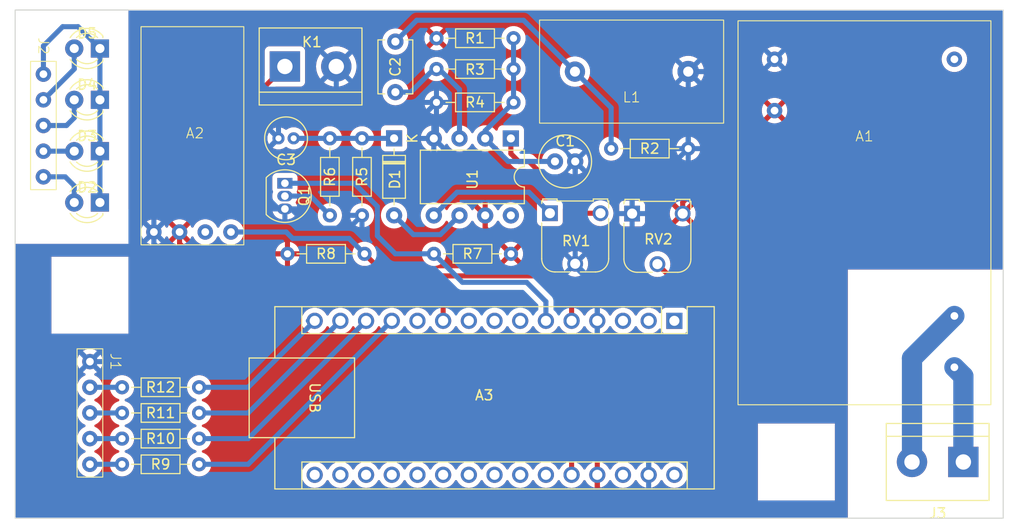
<source format=kicad_pcb>
(kicad_pcb (version 20240108) (generator "pcbnew") (generator_version "8.0")
  (layers (0 "F.Cu" signal) (31 "B.Cu" signal) (34 "B.Paste" user) (35 "F.Paste" user) (36 "B.SilkS" user "B.Silkscreen") (37 "F.SilkS" user "F.Silkscreen") (38 "B.Mask" user) (39 "F.Mask" user) (44 "Edge.Cuts" user))
  (net 0 "")
  (net 2 "Net-(A2-P-)")
  (net 4 "GND")
  (net 6 "Net-(A3-D7)")
  (net 11 "Net-(A3-D3)")
  (net 12 "/\"Remote\"")
  (net 13 "/\"Tool\"")
  (net 14 "/\"Vac\"")
  (net 15 "/\"Power\"")
  (net 23 "Net-(A3-A7)")
  (net 27 "+5V")
  (net 30 "Net-(D1-K)")
  (net 31 "Net-(D1-A)")
  (net 32 "Net-(Q1-G)")
  (net 34 "Net-(J1-Pin_4)")
  (net 35 "Net-(J1-Pin_3)")
  (net 36 "Net-(J1-Pin_1)")
  (net 37 "Net-(RV1-Pad1)")
  (net 38 "Net-(U1--)")
  (net 39 "Net-(U1-+)")
  (net 40 "Net-(RV1-Pad3)")
  (net 42 "Net-(C2-Pad1)")
  (net 43 "Net-(D2-A)")
  (net 44 "Net-(D3-A)")
  (net 45 "Net-(D4-A)")
  (net 46 "Net-(D5-A)")
  (net 47 "Net-(D2-K)")
  (net 48 "Net-(J1-Pin_2)")
  (net 50 "Net-(A1-AC(N))")
  (net 51 "Net-(A1-AC(L))")
  (footprint "Resistor_THT:R_Axial_DIN0204_L3.6mm_D1.6mm_P7.62mm_Horizontal" (layer "F.Cu") (at 137.1346 74.9046)
    (property "Reference" "R1" (at 3.81 0 0) (layer "F.SilkS"))
    (property "Value" "22K" (hide yes))
    (pad "1" thru_hole circle (at 0 0) (size 1.4 1.4) (drill 0.7) (layers "*.Cu" "*.Mask") (net 27 "+5V"))
    (pad "2" thru_hole oval (at 7.62 0) (size 1.4 1.4) (drill 0.7) (layers "*.Cu" "*.Mask") (net 38 "Net-(U1--)"))
  )
  (footprint "Package_TO_SOT_THT:TO-92_Inline" (layer "F.Cu") (at 122.1486 89.2556 -90)
    (property "Reference" "Q1" (at 1.27 -1.905 90) (layer "F.SilkS"))
    (property "Value" "BS170")
    (pad "1" thru_hole rect (at 0 0 270) (size 1.05 1.5) (drill 0.75) (layers "*.Cu" "*.Mask") (net 11 "Net-(A3-D3)"))
    (pad "2" thru_hole oval (at 1.27 0 270) (size 1.05 1.5) (drill 0.75) (layers "*.Cu" "*.Mask") (net 32 "Net-(Q1-G)"))
    (pad "3" thru_hole oval (at 2.54 0 270) (size 1.05 1.5) (drill 0.75) (layers "*.Cu" "*.Mask") (net 4 "GND"))
  )
  (footprint "Capacitor_THT:C_Disc_D5.1mm_W3.2mm_P5.00mm" (layer "F.Cu") (at 133.0706 75.2386 -90)
    (property "Reference" "C2" (at 2.5 0 90) (layer "F.SilkS"))
    (property "Value" "0.1u")
    (pad "1" thru_hole circle (at 0 0 270) (size 1.6 1.6) (drill 0.8) (layers "*.Cu" "*.Mask") (net 42 "Net-(C2-Pad1)"))
    (pad "2" thru_hole circle (at 5 0 270) (size 1.6 1.6) (drill 0.8) (layers "*.Cu" "*.Mask") (net 39 "Net-(U1-+)"))
  )
  (footprint "Potentiometer_THT:Potentiometer_Runtron_RM-065_Vertical" (layer "F.Cu") (at 156.4786 92.2566)
    (property "Reference" "RV2" (at 2.6 2.54 0) (layer "F.SilkS"))
    (property "Value" "10K")
    (pad "1" thru_hole rect (at 0 0) (size 1.56 1.56) (drill 1) (layers "*.Cu" "*.Mask") (net 4 "GND"))
    (pad "2" thru_hole circle (at 2.5 5) (size 1.56 1.56) (drill 1) (layers "*.Cu" "*.Mask") (net 23 "Net-(A3-A7)"))
    (pad "3" thru_hole circle (at 5 0) (size 1.56 1.56) (drill 1) (layers "*.Cu" "*.Mask") (net 27 "+5V"))
  )
  (footprint "Resistor_THT:R_Axial_DIN0204_L3.6mm_D1.6mm_P7.62mm_Horizontal" (layer "F.Cu") (at 154.4066 85.8266)
    (property "Reference" "R2" (at 3.81 0 0) (layer "F.SilkS"))
    (property "Value" "150R" (hide yes))
    (pad "1" thru_hole circle (at 0 0) (size 1.4 1.4) (drill 0.7) (layers "*.Cu" "*.Mask") (net 42 "Net-(C2-Pad1)"))
    (pad "2" thru_hole oval (at 7.62 0) (size 1.4 1.4) (drill 0.7) (layers "*.Cu" "*.Mask") (net 4 "GND"))
  )
  (footprint "Diode_THT:D_DO-35_SOD27_P7.62mm_Horizontal" (layer "F.Cu") (at 132.9436 84.8106 -90)
    (property "Reference" "D1" (at 4.064 -0.0762 90) (layer "F.SilkS"))
    (property "Value" "1N4148")
    (fp_text user "K" (at 0 -1.8 90) (layer "F.SilkS"))
    (pad "1" thru_hole rect (at 0 0 270) (size 1.6 1.6) (drill 0.8) (layers "*.Cu" "*.Mask") (net 30 "Net-(D1-K)"))
    (pad "2" thru_hole oval (at 7.62 0 270) (size 1.6 1.6) (drill 0.8) (layers "*.Cu" "*.Mask") (net 31 "Net-(D1-A)"))
  )
  (footprint "MountingHole:MountingHole_3.5mm" (layer "F.Cu") (at 172.72 116.84)
    (property "Reference" "REF**" (hide yes))
    (property "Value" "MountingHole_3.5mm")
    (pad "" np_thru_hole circle (at 0 0) (size 3.5 3.5) (drill 3.5) (layers "*.Cu" "*.Mask"))
  )
  (footprint "Resistor_THT:R_Axial_DIN0204_L3.6mm_D1.6mm_P7.62mm_Horizontal" (layer "F.Cu") (at 137.1346 77.9526)
    (property "Reference" "R3" (at 3.81 0.0508 0) (layer "F.SilkS"))
    (property "Value" "330K" (hide yes))
    (pad "1" thru_hole circle (at 0 0) (size 1.4 1.4) (drill 0.7) (layers "*.Cu" "*.Mask") (net 39 "Net-(U1-+)"))
    (pad "2" thru_hole oval (at 7.62 0) (size 1.4 1.4) (drill 0.7) (layers "*.Cu" "*.Mask") (net 38 "Net-(U1--)"))
  )
  (footprint "Resistor_THT:R_Axial_DIN0204_L3.6mm_D1.6mm_P7.62mm_Horizontal" (layer "F.Cu") (at 113.665 114.5286 180)
    (property "Reference" "R10" (at 3.81 0 180) (layer "F.SilkS"))
    (property "Value" "330R")
    (pad "1" thru_hole circle (at 0 0 180) (size 1.4 1.4) (drill 0.7) (layers "*.Cu" "*.Mask") (net 13 "/\"Tool\""))
    (pad "2" thru_hole oval (at 7.62 0 180) (size 1.4 1.4) (drill 0.7) (layers "*.Cu" "*.Mask") (net 48 "Net-(J1-Pin_2)"))
  )
  (footprint "LED_THT:LED_D3.0mm" (layer "F.Cu") (at 103.8606 91.1606 180)
    (property "Reference" "D2" (at 1.270117 1.5 180) (layer "F.SilkS"))
    (property "Value" "\"Blue\"")
    (pad "1" thru_hole rect (at 0 0 180) (size 1.8 1.8) (drill 0.9) (layers "*.Cu" "*.Mask") (net 47 "Net-(D2-K)"))
    (pad "2" thru_hole circle (at 2.54 0 180) (size 1.8 1.8) (drill 0.9) (layers "*.Cu" "*.Mask") (net 43 "Net-(D2-A)"))
  )
  (footprint "Potentiometer_THT:Potentiometer_Runtron_RM-065_Vertical" (layer "F.Cu") (at 148.3506 92.2226)
    (property "Reference" "RV1" (at 2.6 2.748 0) (layer "F.SilkS"))
    (property "Value" "10K" (hide yes))
    (pad "1" thru_hole rect (at 0 0) (size 1.56 1.56) (drill 1) (layers "*.Cu" "*.Mask") (net 37 "Net-(RV1-Pad1)"))
    (pad "2" thru_hole circle (at 2.5 5) (size 1.56 1.56) (drill 1) (layers "*.Cu" "*.Mask") (net 4 "GND"))
    (pad "3" thru_hole circle (at 5 0) (size 1.56 1.56) (drill 1) (layers "*.Cu" "*.Mask") (net 40 "Net-(RV1-Pad3)"))
  )
  (footprint "Capacitor_THT:C_Radial_D4.0mm_H7.0mm_P1.50mm" (layer "F.Cu") (at 123.0136 84.8106 180)
    (property "Reference" "C3" (at 0.75 -2.12 0) (layer "F.SilkS"))
    (property "Value" "1u")
    (pad "1" thru_hole circle (at 0 0 180) (size 1.2 1.2) (drill 0.6) (layers "*.Cu" "*.Mask") (net 30 "Net-(D1-K)"))
    (pad "2" thru_hole circle (at 1.5 0 180) (size 1.2 1.2) (drill 0.6) (layers "*.Cu" "*.Mask") (net 4 "GND"))
  )
  (footprint "LED_THT:LED_D3.0mm" (layer "F.Cu") (at 103.8606 75.9206 180)
    (property "Reference" "D5" (at 1.270117 1.5 180) (layer "F.SilkS"))
    (property "Value" "\"Red\"")
    (pad "1" thru_hole rect (at 0 0 180) (size 1.8 1.8) (drill 0.9) (layers "*.Cu" "*.Mask") (net 47 "Net-(D2-K)"))
    (pad "2" thru_hole circle (at 2.54 0 180) (size 1.8 1.8) (drill 0.9) (layers "*.Cu" "*.Mask") (net 46 "Net-(D5-A)"))
  )
  (footprint "Resistor_THT:R_Axial_DIN0204_L3.6mm_D1.6mm_P7.62mm_Horizontal" (layer "F.Cu") (at 144.5006 96.2406 180)
    (property "Reference" "R7" (at 3.81 0 180) (layer "F.SilkS"))
    (property "Value" "10K" (hide yes))
    (pad "1" thru_hole circle (at 0 0 180) (size 1.4 1.4) (drill 0.7) (layers "*.Cu" "*.Mask") (net 27 "+5V"))
    (pad "2" thru_hole oval (at 7.62 0 180) (size 1.4 1.4) (drill 0.7) (layers "*.Cu" "*.Mask") (net 11 "Net-(A3-D3)"))
  )
  (footprint "LED_THT:LED_D3.0mm" (layer "F.Cu") (at 103.8606 86.0806 180)
    (property "Reference" "D3" (at 1.270117 1.5 180) (layer "F.SilkS"))
    (property "Value" "\"Green\"")
    (pad "1" thru_hole rect (at 0 0 180) (size 1.8 1.8) (drill 0.9) (layers "*.Cu" "*.Mask") (net 47 "Net-(D2-K)"))
    (pad "2" thru_hole circle (at 2.54 0 180) (size 1.8 1.8) (drill 0.9) (layers "*.Cu" "*.Mask") (net 44 "Net-(D3-A)"))
  )
  (footprint "Resistor_THT:R_Axial_DIN0204_L3.6mm_D1.6mm_P7.62mm_Horizontal" (layer "F.Cu") (at 126.5936 92.4306 90)
    (property "Reference" "R6" (at 3.81 0 -90) (layer "F.SilkS"))
    (property "Value" "120R")
    (pad "1" thru_hole circle (at 0 0 90) (size 1.4 1.4) (drill 0.7) (layers "*.Cu" "*.Mask") (net 32 "Net-(Q1-G)"))
    (pad "2" thru_hole oval (at 7.62 0 90) (size 1.4 1.4) (drill 0.7) (layers "*.Cu" "*.Mask") (net 30 "Net-(D1-K)"))
  )
  (footprint "Resistor_THT:R_Axial_DIN0204_L3.6mm_D1.6mm_P7.62mm_Horizontal" (layer "F.Cu") (at 129.7686 84.8106 -90)
    (property "Reference" "R5" (at 3.81 0 90) (layer "F.SilkS"))
    (property "Value" "220K")
    (pad "1" thru_hole circle (at 0 0 270) (size 1.4 1.4) (drill 0.7) (layers "*.Cu" "*.Mask") (net 30 "Net-(D1-K)"))
    (pad "2" thru_hole oval (at 7.62 0 270) (size 1.4 1.4) (drill 0.7) (layers "*.Cu" "*.Mask") (net 4 "GND"))
  )
  (footprint "Capacitor_THT:C_Radial_D5.0mm_H11.0mm_P2.00mm" (layer "F.Cu") (at 148.8506 87.0966)
    (property "Reference" "C1" (at 1.0094 -2.0066 0) (layer "F.SilkS"))
    (property "Value" "4.7u")
    (pad "1" thru_hole circle (at 0 0) (size 1.6 1.6) (drill 0.8) (layers "*.Cu" "*.Mask") (net 38 "Net-(U1--)"))
    (pad "2" thru_hole circle (at 2 0) (size 1.6 1.6) (drill 0.8) (layers "*.Cu" "*.Mask") (net 4 "GND"))
  )
  (footprint "0_shop vac controller:ZMCT103E" (layer "F.Cu") (at 156.4266 78.2066 180)
    (property "Reference" "L1" (at 0 -2.54 0) (layer "F.SilkS") (effects (font (thickness 0.1))))
    (property "Value" "ZMCT103E")
    (pad "1" thru_hole circle (at -5.6 0 180) (size 2.126028 2.126028) (drill 1) (layers "*.Cu" "*.Mask") (net 4 "GND"))
    (pad "2" thru_hole circle (at 5.6 0 180) (size 2 2) (drill 1) (layers "*.Cu" "*.Mask") (net 42 "Net-(C2-Pad1)"))
  )
  (footprint "Resistor_THT:R_Axial_DIN0204_L3.6mm_D1.6mm_P7.62mm_Horizontal" (layer "F.Cu") (at 113.665 109.4486 180)
    (property "Reference" "R12" (at 3.81 0 180) (layer "F.SilkS"))
    (property "Value" "330R")
    (pad "1" thru_hole circle (at 0 0 180) (size 1.4 1.4) (drill 0.7) (layers "*.Cu" "*.Mask") (net 15 "/\"Power\""))
    (pad "2" thru_hole oval (at 7.62 0 180) (size 1.4 1.4) (drill 0.7) (layers "*.Cu" "*.Mask") (net 34 "Net-(J1-Pin_4)"))
  )
  (footprint "0_shop vac controller:BP520A" (layer "F.Cu") (at 113.0046 81.3816 -90)
    (property "Reference" "A2" (at 2.921 -0.254 0) (layer "F.SilkS") (effects (font (thickness 0.1))))
    (property "Value" "BP520A")
    (pad "1" thru_hole circle (at 12.7 -3.81 270) (size 1.524 1.524) (drill 0.762) (layers "*.Cu" "*.Mask") (net 2 "Net-(A2-P-)"))
    (pad "2" thru_hole circle (at 12.7 -1.27 270) (size 1.524 1.524) (drill 0.762) (layers "*.Cu" "*.Mask"))
    (pad "3" thru_hole circle (at 12.7 1.27 270) (size 1.524 1.524) (drill 0.762) (layers "*.Cu" "*.Mask") (net 27 "+5V"))
    (pad "4" thru_hole circle (at 12.7 3.81 270) (size 1.524 1.524) (drill 0.762) (layers "*.Cu" "*.Mask") (net 4 "GND"))
  )
  (footprint "Resistor_THT:R_Axial_DIN0204_L3.6mm_D1.6mm_P7.62mm_Horizontal" (layer "F.Cu") (at 113.665 111.9886 180)
    (property "Reference" "R11" (at 3.81 0 180) (layer "F.SilkS"))
    (property "Value" "330R")
    (pad "1" thru_hole circle (at 0 0 180) (size 1.4 1.4) (drill 0.7) (layers "*.Cu" "*.Mask") (net 14 "/\"Vac\""))
    (pad "2" thru_hole oval (at 7.62 0 180) (size 1.4 1.4) (drill 0.7) (layers "*.Cu" "*.Mask") (net 35 "Net-(J1-Pin_3)"))
  )
  (footprint "MountingHole:MountingHole_3.5mm" (layer "F.Cu") (at 102.87 100.33)
    (property "Reference" "REF**" (hide yes))
    (property "Value" "MountingHole_3.5mm")
    (pad "" np_thru_hole circle (at 0 0) (size 3.5 3.5) (drill 3.5) (layers "F&B.Cu" "*.Mask"))
  )
  (footprint "0_shop vac controller:AC-05-3" (layer "F.Cu") (at 179.451 92.2274 180)
    (property "Reference" "A1" (at 0 7.62 0) (layer "F.SilkS") (effects (font (thickness 0.1))))
    (property "Value" "AC-05-3")
    (pad "1" thru_hole circle (at -8.89 -15.24 180) (size 1.524 1.524) (drill 0.762) (layers "*.Cu" "*.Mask") (net 51 "Net-(A1-AC(L))"))
    (pad "2" thru_hole circle (at -8.89 -10.16 180) (size 1.524 1.524) (drill 0.762) (layers "*.Cu" "*.Mask") (net 50 "Net-(A1-AC(N))"))
    (pad "3" thru_hole circle (at -8.89 15.24 180) (size 1.524 1.524) (drill 0.762) (layers "*.Cu" "*.Mask"))
    (pad "4" thru_hole circle (at 8.89 15.24 180) (size 1.524 1.524) (drill 0.762) (layers "*.Cu" "*.Mask") (net 4 "GND"))
    (pad "5" thru_hole circle (at 8.89 10.16 180) (size 1.524 1.524) (drill 0.762) (layers "*.Cu" "*.Mask") (net 27 "+5V"))
  )
  (footprint "Resistor_THT:R_Axial_DIN0204_L3.6mm_D1.6mm_P7.62mm_Horizontal" (layer "F.Cu") (at 144.7546 81.2546 180)
    (property "Reference" "R4" (at 3.81 0 180) (layer "F.SilkS"))
    (property "Value" "18K" (hide yes))
    (pad "1" thru_hole circle (at 0 0 180) (size 1.4 1.4) (drill 0.7) (layers "*.Cu" "*.Mask") (net 38 "Net-(U1--)"))
    (pad "2" thru_hole oval (at 7.62 0 180) (size 1.4 1.4) (drill 0.7) (layers "*.Cu" "*.Mask") (net 4 "GND"))
  )
  (footprint "TerminalBlock:TerminalBlock_bornier-2_P5.08mm" (layer "F.Cu") (at 189.23 116.84 180)
    (property "Reference" "J3" (at 2.54 -5.08 180) (layer "F.SilkS"))
    (property "Value" "Screw_Terminal_01x02")
    (pad "1" thru_hole rect (at 0 0 180) (size 3 3) (drill 1.52) (layers "*.Cu" "*.Mask") (net 51 "Net-(A1-AC(L))"))
    (pad "2" thru_hole circle (at 5.08 0 180) (size 3 3) (drill 1.52) (layers "*.Cu" "*.Mask") (net 50 "Net-(A1-AC(N))"))
  )
  (footprint "0_shop vac controller:5 pin jumper" (layer "F.Cu") (at 98.2726 83.5406 90)
    (property "Reference" "J2" (at 7.874 0 -90) (layer "F.SilkS") (effects (font (thickness 0.1))))
    (property "Value" "Conn_01x05_Socket" (hide yes))
    (pad "1" thru_hole circle (at -5.08 0 90) (size 1.524 1.524) (drill 0.762) (layers "*.Cu" "*.Mask") (net 43 "Net-(D2-A)"))
    (pad "2" thru_hole circle (at -2.54 0 90) (size 1.524 1.524) (drill 0.762) (layers "*.Cu" "*.Mask") (net 44 "Net-(D3-A)"))
    (pad "3" thru_hole circle (at 0 0 90) (size 1.524 1.524) (drill 0.762) (layers "*.Cu" "*.Mask") (net 45 "Net-(D4-A)"))
    (pad "4" thru_hole circle (at 2.54 0 90) (size 1.524 1.524) (drill 0.762) (layers "*.Cu" "*.Mask") (net 46 "Net-(D5-A)"))
    (pad "5" thru_hole circle (at 5.08 0 90) (size 1.524 1.524) (drill 0.762) (layers "*.Cu" "*.Mask") (net 47 "Net-(D2-K)"))
  )
  (footprint "TerminalBlock:TerminalBlock_bornier-2_P5.08mm" (layer "F.Cu") (at 122.1486 77.6986)
    (property "Reference" "K1" (at 2.667 -2.413 0) (layer "F.SilkS"))
    (property "Value" "SSR-20DA")
    (pad "1" thru_hole rect (at 0 0) (size 3 3) (drill 1.52) (layers "*.Cu" "*.Mask") (net 6 "Net-(A3-D7)"))
    (pad "2" thru_hole circle (at 5.08 0) (size 3 3) (drill 1.52) (layers "*.Cu" "*.Mask") (net 4 "GND"))
  )
  (footprint "Module:Arduino_Nano" (layer "F.Cu") (at 160.655 102.87 -90)
    (property "Reference" "A3" (at 7.366 18.796 180) (layer "F.SilkS"))
    (property "Value" "Nano_v3")
    (fp_text user "USB" (at 7.62 35.56 -90) (layer "F.SilkS"))
    (pad "1" thru_hole rect (at 0 0 270) (size 1.6 1.6) (drill 1) (layers "*.Cu" "*.Mask"))
    (pad "2" thru_hole oval (at 0 2.54 270) (size 1.6 1.6) (drill 1) (layers "*.Cu" "*.Mask"))
    (pad "3" thru_hole oval (at 0 5.08 270) (size 1.6 1.6) (drill 1) (layers "*.Cu" "*.Mask"))
    (pad "4" thru_hole oval (at 0 7.62 270) (size 1.6 1.6) (drill 1) (layers "*.Cu" "*.Mask") (net 4 "GND"))
    (pad "5" thru_hole oval (at 0 10.16 270) (size 1.6 1.6) (drill 1) (layers "*.Cu" "*.Mask") (net 2 "Net-(A2-P-)"))
    (pad "6" thru_hole oval (at 0 12.7 270) (size 1.6 1.6) (drill 1) (layers "*.Cu" "*.Mask") (net 11 "Net-(A3-D3)"))
    (pad "7" thru_hole oval (at 0 15.24 270) (size 1.6 1.6) (drill 1) (layers "*.Cu" "*.Mask"))
    (pad "8" thru_hole oval (at 0 17.78 270) (size 1.6 1.6) (drill 1) (layers "*.Cu" "*.Mask"))
    (pad "9" thru_hole oval (at 0 20.32 270) (size 1.6 1.6) (drill 1) (layers "*.Cu" "*.Mask"))
    (pad "10" thru_hole oval (at 0 22.86 270) (size 1.6 1.6) (drill 1) (layers "*.Cu" "*.Mask") (net 6 "Net-(A3-D7)"))
    (pad "11" thru_hole oval (at 0 25.4 270) (size 1.6 1.6) (drill 1) (layers "*.Cu" "*.Mask"))
    (pad "12" thru_hole oval (at 0 27.94 270) (size 1.6 1.6) (drill 1) (layers "*.Cu" "*.Mask") (net 12 "/\"Remote\""))
    (pad "13" thru_hole oval (at 0 30.48 270) (size 1.6 1.6) (drill 1) (layers "*.Cu" "*.Mask") (net 13 "/\"Tool\""))
    (pad "14" thru_hole oval (at 0 33.02 270) (size 1.6 1.6) (drill 1) (layers "*.Cu" "*.Mask") (net 14 "/\"Vac\""))
    (pad "15" thru_hole oval (at 0 35.56 270) (size 1.6 1.6) (drill 1) (layers "*.Cu" "*.Mask") (net 15 "/\"Power\""))
    (pad "16" thru_hole oval (at 15.24 35.56 270) (size 1.6 1.6) (drill 1) (layers "*.Cu" "*.Mask"))
    (pad "17" thru_hole oval (at 15.24 33.02 270) (size 1.6 1.6) (drill 1) (layers "*.Cu" "*.Mask"))
    (pad "18" thru_hole oval (at 15.24 30.48 270) (size 1.6 1.6) (drill 1) (layers "*.Cu" "*.Mask"))
    (pad "19" thru_hole oval (at 15.24 27.94 270) (size 1.6 1.6) (drill 1) (layers "*.Cu" "*.Mask"))
    (pad "20" thru_hole oval (at 15.24 25.4 270) (size 1.6 1.6) (drill 1) (layers "*.Cu" "*.Mask"))
    (pad "21" thru_hole oval (at 15.24 22.86 270) (size 1.6 1.6) (drill 1) (layers "*.Cu" "*.Mask"))
    (pad "22" thru_hole oval (at 15.24 20.32 270) (size 1.6 1.6) (drill 1) (layers "*.Cu" "*.Mask"))
    (pad "23" thru_hole oval (at 15.24 17.78 270) (size 1.6 1.6) (drill 1) (layers "*.Cu" "*.Mask"))
    (pad "24" thru_hole oval (at 15.24 15.24 270) (size 1.6 1.6) (drill 1) (layers "*.Cu" "*.Mask"))
    (pad "25" thru_hole oval (at 15.24 12.7 270) (size 1.6 1.6) (drill 1) (layers "*.Cu" "*.Mask"))
    (pad "26" thru_hole oval (at 15.24 10.16 270) (size 1.6 1.6) (drill 1) (layers "*.Cu" "*.Mask") (net 23 "Net-(A3-A7)"))
    (pad "27" thru_hole oval (at 15.24 7.62 270) (size 1.6 1.6) (drill 1) (layers "*.Cu" "*.Mask") (net 27 "+5V"))
    (pad "28" thru_hole oval (at 15.24 5.08 270) (size 1.6 1.6) (drill 1) (layers "*.Cu" "*.Mask"))
    (pad "29" thru_hole oval (at 15.24 2.54 270) (size 1.6 1.6) (drill 1) (layers "*.Cu" "*.Mask") (net 4 "GND"))
    (pad "30" thru_hole oval (at 15.24 0 270) (size 1.6 1.6) (drill 1) (layers "*.Cu" "*.Mask"))
  )
  (footprint "Package_DIP:DIP-8_W7.62mm" (layer "F.Cu") (at 144.4906 84.8206 -90)
    (property "Reference" "U1" (at 4.054 3.8 90) (layer "F.SilkS"))
    (property "Value" "CA3140")
    (pad "1" thru_hole rect (at 0 0 270) (size 1.6 1.6) (drill 0.8) (layers "*.Cu" "*.Mask") (net 40 "Net-(RV1-Pad3)"))
    (pad "2" thru_hole oval (at 0 2.54 270) (size 1.6 1.6) (drill 0.8) (layers "*.Cu" "*.Mask") (net 38 "Net-(U1--)"))
    (pad "3" thru_hole oval (at 0 5.08 270) (size 1.6 1.6) (drill 0.8) (layers "*.Cu" "*.Mask") (net 39 "Net-(U1-+)"))
    (pad "4" thru_hole oval (at 0 7.62 270) (size 1.6 1.6) (drill 0.8) (layers "*.Cu" "*.Mask") (net 4 "GND"))
    (pad "5" thru_hole oval (at 7.62 7.62 270) (size 1.6 1.6) (drill 0.8) (layers "*.Cu" "*.Mask") (net 37 "Net-(RV1-Pad1)"))
    (pad "6" thru_hole oval (at 7.62 5.08 270) (size 1.6 1.6) (drill 0.8) (layers "*.Cu" "*.Mask") (net 31 "Net-(D1-A)"))
    (pad "7" thru_hole oval (at 7.62 2.54 270) (size 1.6 1.6) (drill 0.8) (layers "*.Cu" "*.Mask") (net 27 "+5V"))
    (pad "8" thru_hole oval (at 7.62 0 270) (size 1.6 1.6) (drill 0.8) (layers "*.Cu" "*.Mask"))
  )
  (footprint "Resistor_THT:R_Axial_DIN0204_L3.6mm_D1.6mm_P7.62mm_Horizontal" (layer "F.Cu") (at 113.665 117.0686 180)
    (property "Reference" "R9" (at 3.81 0 180) (layer "F.SilkS"))
    (property "Value" "330R")
    (pad "1" thru_hole circle (at 0 0 180) (size 1.4 1.4) (drill 0.7) (layers "*.Cu" "*.Mask") (net 12 "/\"Remote\""))
    (pad "2" thru_hole oval (at 7.62 0 180) (size 1.4 1.4) (drill 0.7) (layers "*.Cu" "*.Mask") (net 36 "Net-(J1-Pin_1)"))
  )
  (footprint "0_shop vac controller:5 pin jumper" (layer "F.Cu") (at 102.87 111.9886 90)
    (property "Reference" "J1" (at 5.08 2.54 -90) (layer "F.SilkS") (effects (font (thickness 0.1))))
    (property "Value" "Conn_01x05_Socket" (hide yes))
    (pad "1" thru_hole circle (at -5.08 0 90) (size 1.524 1.524) (drill 0.762) (layers "*.Cu" "*.Mask") (net 36 "Net-(J1-Pin_1)"))
    (pad "2" thru_hole circle (at -2.54 0 90) (size 1.524 1.524) (drill 0.762) (layers "*.Cu" "*.Mask") (net 48 "Net-(J1-Pin_2)"))
    (pad "3" thru_hole circle (at 0 0 90) (size 1.524 1.524) (drill 0.762) (layers "*.Cu" "*.Mask") (net 35 "Net-(J1-Pin_3)"))
    (pad "4" thru_hole circle (at 2.54 0 90) (size 1.524 1.524) (drill 0.762) (layers "*.Cu" "*.Mask") (net 34 "Net-(J1-Pin_4)"))
    (pad "5" thru_hole circle (at 5.08 0 90) (size 1.524 1.524) (drill 0.762) (layers "*.Cu" "*.Mask") (net 4 "GND"))
  )
  (footprint "LED_THT:LED_D3.0mm" (layer "F.Cu") (at 103.8606 81.0006 180)
    (property "Reference" "D4" (at 1.270117 1.5 180) (layer "F.SilkS"))
    (property "Value" "\"Yellow\"")
    (pad "1" thru_hole rect (at 0 0 180) (size 1.8 1.8) (drill 0.9) (layers "*.Cu" "*.Mask") (net 47 "Net-(D2-K)"))
    (pad "2" thru_hole circle (at 2.54 0 180) (size 1.8 1.8) (drill 0.9) (layers "*.Cu" "*.Mask") (net 45 "Net-(D4-A)"))
  )
  (footprint "Resistor_THT:R_Axial_DIN0204_L3.6mm_D1.6mm_P7.62mm_Horizontal" (layer "F.Cu") (at 130.0226 96.2406 180)
    (property "Reference" "R8" (at 3.81 0 180) (layer "F.SilkS"))
    (property "Value" "10K" (hide yes))
    (pad "1" thru_hole circle (at 0 0 180) (size 1.4 1.4) (drill 0.7) (layers "*.Cu" "*.Mask") (net 2 "Net-(A2-P-)"))
    (pad "2" thru_hole oval (at 7.62 0 180) (size 1.4 1.4) (drill 0.7) (layers "*.Cu" "*.Mask") (net 27 "+5V"))
  )
  (gr_rect (start 95.4786 72.1106) (end 193.167 122.4026) (stroke (width 0.1)) (fill none) (layer "Edge.Cuts"))
  (segment (start 147.955 98.425) (end 150.495 100.965) (width 0.5) (layer "F.Cu") (net 2))
  (segment (start 150.495 100.965) (end 150.495 102.87) (width 0.5) (layer "F.Cu") (net 2))
  (segment (start 130.0226 96.2406) (end 132.207 98.425) (width 0.5) (layer "F.Cu") (net 2))
  (segment (start 132.207 98.425) (end 147.955 98.425) (width 0.5) (layer "F.Cu") (net 2))
  (segment (start 130.433367 96.2406) (end 130.0226 96.2406) (width 0.5) (layer "F.Cu") (net 2))
  (segment (start 130.0226 96.2406) (end 128.4986 94.7166) (width 0.5) (layer "B.Cu") (net 2))
  (segment (start 116.8146 94.0816) (end 122.2756 94.0816) (width 0.5) (layer "B.Cu") (net 2))
  (segment (start 122.2756 94.0816) (end 122.9106 94.7166) (width 0.5) (layer "B.Cu") (net 2))
  (segment (start 128.4986 94.7166) (end 122.9106 94.7166) (width 0.5) (layer "B.Cu") (net 2))
  (segment (start 156.4786 89.3426) (end 156.6926 89.1286) (width 0.5) (layer "B.Cu") (net 4))
  (segment (start 158.7246 89.1286) (end 156.6926 89.1286) (width 0.5) (layer "B.Cu") (net 4))
  (segment (start 124.6886 93.7006) (end 122.7836 91.7956) (width 0.5) (layer "B.Cu") (net 4))
  (segment (start 162.0266 85.8266) (end 158.7246 89.1286) (width 0.5) (layer "B.Cu") (net 4))
  (segment (start 118.5164 106.9086) (end 102.87 106.9086) (width 0.5) (layer "B.Cu") (net 4))
  (segment (start 120.65 104.775) (end 118.5164 106.9086) (width 0.5) (layer "B.Cu") (net 4))
  (segment (start 153.035 99.695) (end 153.035 102.87) (width 0.5) (layer "B.Cu") (net 4))
  (segment (start 140.6706 88.6206) (end 136.8706 84.8206) (width 0.5) (layer "B.Cu") (net 4))
  (segment (start 120.2436 90.5256) (end 121.5136 91.7956) (width 0.5) (layer "B.Cu") (net 4))
  (segment (start 150.8506 97.5106) (end 153.035 99.695) (width 0.5) (layer "B.Cu") (net 4))
  (segment (start 128.4986 93.7006) (end 124.6886 93.7006) (width 0.5) (layer "B.Cu") (net 4))
  (segment (start 109.1946 92.7354) (end 111.4044 90.5256) (width 0.5) (layer "B.Cu") (net 4))
  (segment (start 109.1946 94.0816) (end 109.1946 92.7354) (width 0.5) (layer "B.Cu") (net 4))
  (segment (start 169.3418 78.2066) (end 170.561 76.9874) (width 0.5) (layer "B.Cu") (net 4))
  (segment (start 111.76 97.79) (end 120.65 97.79) (width 0.5) (layer "B.Cu") (net 4))
  (segment (start 153.035 102.87) (end 153.035 107.95) (width 0.5) (layer "B.Cu") (net 4))
  (segment (start 121.5136 83.4136) (end 121.5136 84.8106) (width 0.5) (layer "B.Cu") (net 4))
  (segment (start 127.2286 82.0166) (end 128.2446 83.0326) (width 0.5) (layer "B.Cu") (net 4))
  (segment (start 109.1946 94.0816) (end 109.1946 95.2246) (width 0.5) (layer "B.Cu") (net 4))
  (segment (start 150.8506 97.2226) (end 150.8506 97.5106) (width 0.5) (layer "B.Cu") (net 4))
  (segment (start 150.8506 88.6206) (end 140.6706 88.6206) (width 0.5) (layer "B.Cu") (net 4))
  (segment (start 121.5136 84.8106) (end 120.2436 86.0806) (width 0.5) (layer "B.Cu") (net 4))
  (segment (start 127.2286 77.6986) (end 121.5136 83.4136) (width 0.5) (layer "B.Cu") (net 4))
  (segment (start 120.2436 86.0806) (end 120.2436 90.5256) (width 0.5) (layer "B.Cu") (net 4))
  (segment (start 137.1346 84.5566) (end 137.1346 81.2546) (width 0.5) (layer "B.Cu") (net 4))
  (segment (start 121.5136 91.7956) (end 122.1486 91.7956) (width 0.5) (layer "B.Cu") (net 4))
  (segment (start 129.7686 92.4306) (end 128.4986 93.7006) (width 0.5) (layer "B.Cu") (net 4))
  (segment (start 156.6926 89.1286) (end 150.8506 89.1286) (width 0.5) (layer "B.Cu") (net 4))
  (segment (start 127.2286 77.6986) (end 127.2286 82.0166) (width 0.5) (layer "B.Cu") (net 4))
  (segment (start 111.4044 90.5256) (end 120.2436 90.5256) (width 0.5) (layer "B.Cu") (net 4))
  (segment (start 128.2446 83.0326) (end 135.3566 83.0326) (width 0.5) (layer "B.Cu") (net 4))
  (segment (start 122.7836 91.7956) (end 122.1486 91.7956) (width 0.5) (layer "B.Cu") (net 4))
  (segment (start 109.1946 95.2246) (end 111.76 97.79) (width 0.5) (layer "B.Cu") (net 4))
  (segment (start 120.65 97.79) (end 120.65 104.775) (width 0.5) (layer "B.Cu") (net 4))
  (segment (start 150.8506 87.0966) (end 150.8506 88.6206) (width 0.5) (layer "B.Cu") (net 4))
  (segment (start 162.0266 78.2066) (end 169.3418 78.2066) (width 0.5) (layer "B.Cu") (net 4))
  (segment (start 150.8506 89.1286) (end 150.8506 97.2226) (width 0.5) (layer "B.Cu") (net 4))
  (segment (start 158.115 113.03) (end 158.115 118.11) (width 0.5) (layer "B.Cu") (net 4))
  (segment (start 153.035 107.95) (end 158.115 113.03) (width 0.5) (layer "B.Cu") (net 4))
  (segment (start 162.0266 78.2066) (end 162.0266 85.8266) (width 0.5) (layer "B.Cu") (net 4))
  (segment (start 156.4786 92.2566) (end 156.4786 89.3426) (width 0.5) (layer "B.Cu") (net 4))
  (segment (start 150.8506 87.0966) (end 150.8506 89.1286) (width 0.5) (layer "B.Cu") (net 4))
  (segment (start 137.1346 81.2546) (end 135.3566 83.0326) (width 0.5) (layer "B.Cu") (net 4))
  (segment (start 137.795 102.87) (end 137.795 100.965) (width 0.5) (layer "F.Cu") (net 6))
  (segment (start 111.474486 99.695) (end 107.315 95.535514) (width 0.5) (layer "F.Cu") (net 6))
  (segment (start 136.525 99.695) (end 111.474486 99.695) (width 0.5) (layer "F.Cu") (net 6))
  (segment (start 107.315 92.5322) (end 122.1486 77.6986) (width 0.5) (layer "F.Cu") (net 6))
  (segment (start 137.795 102.563431) (end 137.795 102.87) (width 0.25) (layer "F.Cu") (net 6))
  (segment (start 137.795 100.965) (end 136.525 99.695) (width 0.5) (layer "F.Cu") (net 6))
  (segment (start 107.315 95.535514) (end 107.315 92.5322) (width 0.5) (layer "F.Cu") (net 6))
  (segment (start 147.955 100.965) (end 147.955 102.87) (width 0.5) (layer "B.Cu") (net 11))
  (segment (start 139.7 99.06) (end 146.05 99.06) (width 0.5) (layer "B.Cu") (net 11))
  (segment (start 122.1486 89.2556) (end 128.994273 89.2556) (width 0.5) (layer "B.Cu") (net 11))
  (segment (start 136.8806 96.2406) (end 139.7 99.06) (width 0.5) (layer "B.Cu") (net 11))
  (segment (start 146.05 99.06) (end 147.955 100.965) (width 0.5) (layer "B.Cu") (net 11))
  (segment (start 128.994273 89.2556) (end 131.2926 91.553927) (width 0.5) (layer "B.Cu") (net 11))
  (segment (start 133.0706 96.2406) (end 136.8806 96.2406) (width 0.5) (layer "B.Cu") (net 11))
  (segment (start 131.2926 94.4626) (end 133.0706 96.2406) (width 0.5) (layer "B.Cu") (net 11))
  (segment (start 131.2926 91.553927) (end 131.2926 94.4626) (width 0.5) (layer "B.Cu") (net 11))
  (segment (start 132.715 102.87) (end 118.5164 117.0686) (width 0.5) (layer "B.Cu") (net 12))
  (segment (start 118.5164 117.0686) (end 113.665 117.0686) (width 0.5) (layer "B.Cu") (net 12))
  (segment (start 130.175 102.87) (end 118.5164 114.5286) (width 0.5) (layer "B.Cu") (net 13))
  (segment (start 118.5164 114.5286) (end 113.665 114.5286) (width 0.5) (layer "B.Cu") (net 13))
  (segment (start 127.635 102.87) (end 118.5164 111.9886) (width 0.5) (layer "B.Cu") (net 14))
  (segment (start 118.5164 111.9886) (end 113.665 111.9886) (width 0.5) (layer "B.Cu") (net 14))
  (segment (start 113.665 109.4486) (end 118.5164 109.4486) (width 0.5) (layer "B.Cu") (net 15))
  (segment (start 125.095 102.87) (end 124.46 102.87) (width 0.5) (layer "B.Cu") (net 15))
  (segment (start 118.5164 109.4486) (end 125.095 102.87) (width 0.5) (layer "B.Cu") (net 15))
  (segment (start 151.765 114.935) (end 150.495 116.205) (width 0.5) (layer "F.Cu") (net 23))
  (segment (start 158.9786 97.2566) (end 163.195 101.473) (width 0.5) (layer "F.Cu") (net 23))
  (segment (start 150.495 116.205) (end 150.495 118.11) (width 0.5) (layer "F.Cu") (net 23))
  (segment (start 161.925 114.935) (end 151.765 114.935) (width 0.5) (layer "F.Cu") (net 23))
  (segment (start 163.195 113.665) (end 161.925 114.935) (width 0.5) (layer "F.Cu") (net 23))
  (segment (start 163.195 101.473) (end 163.195 113.665) (width 0.5) (layer "F.Cu") (net 23))
  (segment (start 135.1026 88.8746) (end 138.3846 88.8746) (width 0.5) (layer "F.Cu") (net 27))
  (segment (start 165.1 118.745) (end 165.1 95.885) (width 0.5) (layer "F.Cu") (net 27))
  (segment (start 122.4026 96.2406) (end 112.7506 96.2406) (width 0.5) (layer "F.Cu") (net 27))
  (segment (start 141.9506 93.6906) (end 144.5006 96.2406) (width 0.5) (layer "F.Cu") (net 27))
  (segment (start 161.4786 91.1498) (end 170.561 82.0674) (width 0.5) (layer "F.Cu") (net 27))
  (segment (start 111.7346 95.2246) (end 112.7506 96.2406) (width 0.5) (layer "F.Cu") (net 27))
  (segment (start 135.0772 88.9) (end 135.1026 88.8746) (width 0.5) (layer "F.Cu") (net 27))
  (segment (start 146.1262 94.615) (end 159.1202 94.615) (width 0.5) (layer "F.Cu") (net 27))
  (segment (start 131.445 86.995) (end 133.35 88.9) (width 0.5) (layer "F.Cu") (net 27))
  (segment (start 137.1346 74.9046) (end 135.1026 76.9366) (width 0.5) (layer "F.Cu") (net 27))
  (segment (start 163.195 120.65) (end 165.1 118.745) (width 0.5) (layer "F.Cu") (net 27))
  (segment (start 133.35 88.9) (end 135.0772 88.9) (width 0.5) (layer "F.Cu") (net 27))
  (segment (start 154.305 120.65) (end 163.195 120.65) (width 0.5) (layer "F.Cu") (net 27))
  (segment (start 111.7346 94.0816) (end 118.8212 86.995) (width 0.5) (layer "F.Cu") (net 27))
  (segment (start 153.035 119.38) (end 154.305 120.65) (width 0.5) (layer "F.Cu") (net 27))
  (segment (start 118.8212 86.995) (end 131.445 86.995) (width 0.5) (layer "F.Cu") (net 27))
  (segment (start 144.5006 96.2406) (end 146.1262 94.615) (width 0.5) (layer "F.Cu") (net 27))
  (segment (start 163.83 94.608) (end 161.4786 92.2566) (width 0.5) (layer "F.Cu") (net 27))
  (segment (start 153.035 118.11) (end 153.035 119.38) (width 0.5) (layer "F.Cu") (net 27))
  (segment (start 161.4786 92.2566) (end 161.4786 91.1498) (width 0.5) (layer "F.Cu") (net 27))
  (segment (start 141.9506 92.4406) (end 141.9506 93.6906) (width 0.5) (layer "F.Cu") (net 27))
  (segment (start 111.7346 95.2246) (end 111.7346 94.0816) (width 0.5) (layer "F.Cu") (net 27))
  (segment (start 135.1026 76.9366) (end 135.1026 88.8746) (width 0.5) (layer "F.Cu") (net 27))
  (segment (start 159.1202 94.615) (end 161.4786 92.2566) (width 0.5) (layer "F.Cu") (net 27))
  (segment (start 163.83 94.615) (end 163.83 94.608) (width 0.5) (layer "F.Cu") (net 27))
  (segment (start 138.3846 88.8746) (end 141.9506 92.4406) (width 0.5) (layer "F.Cu") (net 27))
  (segment (start 165.1 95.885) (end 163.83 94.615) (width 0.5) (layer "F.Cu") (net 27))
  (segment (start 129.7686 84.8106) (end 126.5936 84.8106) (width 0.5) (layer "B.Cu") (net 30))
  (segment (start 126.5936 84.8106) (end 123.0136 84.8106) (width 0.5) (layer "B.Cu") (net 30))
  (segment (start 132.9436 84.8106) (end 129.7686 84.8106) (width 0.5) (layer "B.Cu") (net 30))
  (segment (start 139.4106 92.4406) (end 137.5156 94.3356) (width 0.5) (layer "B.Cu") (net 31))
  (segment (start 137.5156 94.3356) (end 134.8486 94.3356) (width 0.5) (layer "B.Cu") (net 31))
  (segment (start 134.8486 94.3356) (end 132.9436 92.4306) (width 0.5) (layer "B.Cu") (net 31))
  (segment (start 126.5936 92.4306) (end 124.6886 90.5256) (width 0.5) (layer "B.Cu") (net 32))
  (segment (start 124.6886 90.5256) (end 122.1486 90.5256) (width 0.5) (layer "B.Cu") (net 32))
  (segment (start 105.537 109.4486) (end 103.378 109.4486) (width 0.5) (layer "B.Cu") (net 34))
  (segment (start 106.045 111.9886) (end 102.87 111.9886) (width 0.5) (layer "B.Cu") (net 35))
  (segment (start 106.045 117.0686) (end 102.87 117.0686) (width 0.5) (layer "B.Cu") (net 36))
  (segment (start 146.2786 90.1446) (end 139.1666 90.1446) (width 0.5) (layer "B.Cu") (net 37))
  (segment (start 148.3506 92.2166) (end 146.2786 90.1446) (width 0.5) (layer "B.Cu") (net 37))
  (segment (start 139.1666 90.1446) (end 136.8706 92.4406) (width 0.5) (layer "B.Cu") (net 37))
  (segment (start 141.9506 84.8206) (end 141.9506 84.0586) (width 0.5) (layer "B.Cu") (net 38))
  (segment (start 141.9506 84.0586) (end 144.7546 81.2546) (width 0.5) (layer "B.Cu") (net 38))
  (segment (start 148.8506 87.0966) (end 144.2266 87.0966) (width 0.5) (layer "B.Cu") (net 38))
  (segment (start 144.2266 87.0966) (end 141.9506 84.8206) (width 0.5) (layer "B.Cu") (net 38))
  (segment (start 144.7546 77.9526) (end 144.7546 74.9046) (width 0.5) (layer "B.Cu") (net 38))
  (segment (start 144.7546 81.2546) (end 144.7546 77.6986) (width 0.5) (layer "B.Cu") (net 38))
  (segment (start 134.5946 80.2386) (end 133.0706 80.2386) (width 0.5) (layer "B.Cu") (net 39))
  (segment (start 139.4106 84.8206) (end 139.4106 79.9746) (width 0.5) (layer "B.Cu") (net 39))
  (segment (start 137.1346 77.6986) (end 134.5946 80.2386) (width 0.5) (layer "B.Cu") (net 39))
  (segment (start 139.4106 79.9746) (end 137.1346 77.6986) (width 0.5) (layer "B.Cu") (net 39))
  (segment (start 144.4906 86.3246) (end 145.2626 87.0966) (width 0.5) (layer "F.Cu") (net 40))
  (segment (start 151.4046 92.2226) (end 153.3506 92.2226) (width 0.5) (layer "F.Cu") (net 40))
  (segment (start 145.2626 87.0966) (end 146.2786 87.0966) (width 0.5) (layer "F.Cu") (net 40))
  (segment (start 146.2786 87.0966) (end 151.4046 92.2226) (width 0.5) (layer "F.Cu") (net 40))
  (segment (start 144.4906 84.8206) (end 144.4906 86.3246) (width 0.5) (layer "F.Cu") (net 40))
  (segment (start 154.4066 85.8266) (end 154.4066 81.7866) (width 0.5) (layer "B.Cu") (net 42))
  (segment (start 150.8266 78.2066) (end 145.7466 73.1266) (width 0.5) (layer "B.Cu") (net 42))
  (segment (start 154.4066 81.7866) (end 150.8266 78.2066) (width 0.5) (layer "B.Cu") (net 42))
  (segment (start 135.1826 73.1266) (end 133.0706 75.2386) (width 0.5) (layer "B.Cu") (net 42))
  (segment (start 145.7466 73.1266) (end 135.1826 73.1266) (width 0.5) (layer "B.Cu") (net 42))
  (segment (start 101.3206 89.5096) (end 101.3206 91.1606) (width 0.5) (layer "B.Cu") (net 43))
  (segment (start 100.4316 88.6206) (end 101.3206 89.5096) (width 0.5) (layer "B.Cu") (net 43))
  (segment (start 98.2726 88.6206) (end 100.4316 88.6206) (width 0.5) (layer "B.Cu") (net 43))
  (segment (start 101.3206 86.0806) (end 98.2726 86.0806) (width 0.5) (layer "B.Cu") (net 44))
  (segment (start 100.5586 83.5406) (end 98.2726 83.5406) (width 0.5) (layer "B.Cu") (net 45))
  (segment (start 101.3206 82.7786) (end 100.5586 83.5406) (width 0.5) (layer "B.Cu") (net 45))
  (segment (start 101.3206 81.0006) (end 101.3206 82.7786) (width 0.5) (layer "B.Cu") (net 45))
  (segment (start 98.2726 81.0006) (end 101.3206 77.9526) (width 0.5) (layer "B.Cu") (net 46))
  (segment (start 101.3206 77.9526) (end 101.3206 75.9206) (width 0.5) (layer "B.Cu") (net 46))
  (segment (start 101.7016 73.7616) (end 103.8606 75.9206) (width 0.5) (layer "B.Cu") (net 47))
  (segment (start 100.1776 73.7616) (end 101.7016 73.7616) (width 0.5) (layer "B.Cu") (net 47))
  (segment (start 98.2726 75.6666) (end 100.1776 73.7616) (width 0.5) (layer "B.Cu") (net 47))
  (segment (start 103.8606 91.1606) (end 103.8606 86.0806) (width 0.5) (layer "B.Cu") (net 47))
  (segment (start 103.8606 75.9206) (end 103.8606 81.0006) (width 0.5) (layer "B.Cu") (net 47))
  (segment (start 98.2726 78.4606) (end 98.2726 75.6666) (width 0.5) (layer "B.Cu") (net 47))
  (segment (start 103.8606 86.0806) (end 103.8606 81.0006) (width 0.5) (layer "B.Cu") (net 47))
  (segment (start 106.045 114.5286) (end 102.87 114.5286) (width 0.5) (layer "B.Cu") (net 48))
  (segment (start 184.15 106.5784) (end 188.341 102.3874) (width 2) (layer "B.Cu") (net 50))
  (segment (start 184.15 116.84) (end 184.15 106.5784) (width 2) (layer "B.Cu") (net 50))
  (segment (start 189.23 116.84) (end 189.23 108.3564) (width 2) (layer "B.Cu") (net 51))
  (segment (start 189.23 108.3564) (end 188.341 107.4674) (width 2) (layer "B.Cu") (net 51))
  (zone (net 27) (net_name "+5V") (layer "F.Cu") (priority 1) (connect_pads (clearance 0.5)) (min_thickness 0.25) (fill yes (thermal_gap 0.5) (thermal_bridge_width 0.5))
    (polygon (pts (xy 194.31 71.12) (xy 194.31 97.79) (xy 177.8 97.79) (xy 177.8 123.19) (xy 93.98 123.19) (xy 93.98 95.25) (xy 106.68 95.25) (xy 106.68 71.12)))
  )
  (zone (net 0) (net_name "") (layers "F&B.Cu" "B.CrtYd") (name "mount") (connect_pads (clearance 0)) (min_thickness 0.25)
    (keepout (tracks not_allowed) (vias not_allowed) (pads not_allowed) (copperpour not_allowed) (footprints not_allowed))
    (fill (thermal_gap 0.5) (thermal_bridge_width 0.5))
    (polygon (pts (xy 168.91 113.03) (xy 176.53 113.03) (xy 176.53 120.65) (xy 168.91 120.65)))
  )
  (zone (net 0) (net_name "") (layers "F&B.Cu" "B.CrtYd") (name "mount") (connect_pads (clearance 0)) (min_thickness 0.25)
    (keepout (tracks not_allowed) (vias not_allowed) (pads not_allowed) (copperpour not_allowed) (footprints not_allowed))
    (fill (thermal_gap 0.5) (thermal_bridge_width 0.5))
    (polygon (pts (xy 99.06 96.52) (xy 106.68 96.52) (xy 106.68 104.14) (xy 99.06 104.14)))
  )
  (zone (net 4) (net_name "GND") (layer "B.Cu") (connect_pads (clearance 0.5)) (min_thickness 0.25) (fill yes (thermal_gap 0.5) (thermal_bridge_width 0.5))
    (polygon (pts (xy 194.31 71.12) (xy 194.31 97.79) (xy 177.8 97.79) (xy 177.8 123.19) (xy 93.98 123.19) (xy 93.98 95.25) (xy 106.68 95.25) (xy 106.68 71.12)))
  )
)
</source>
